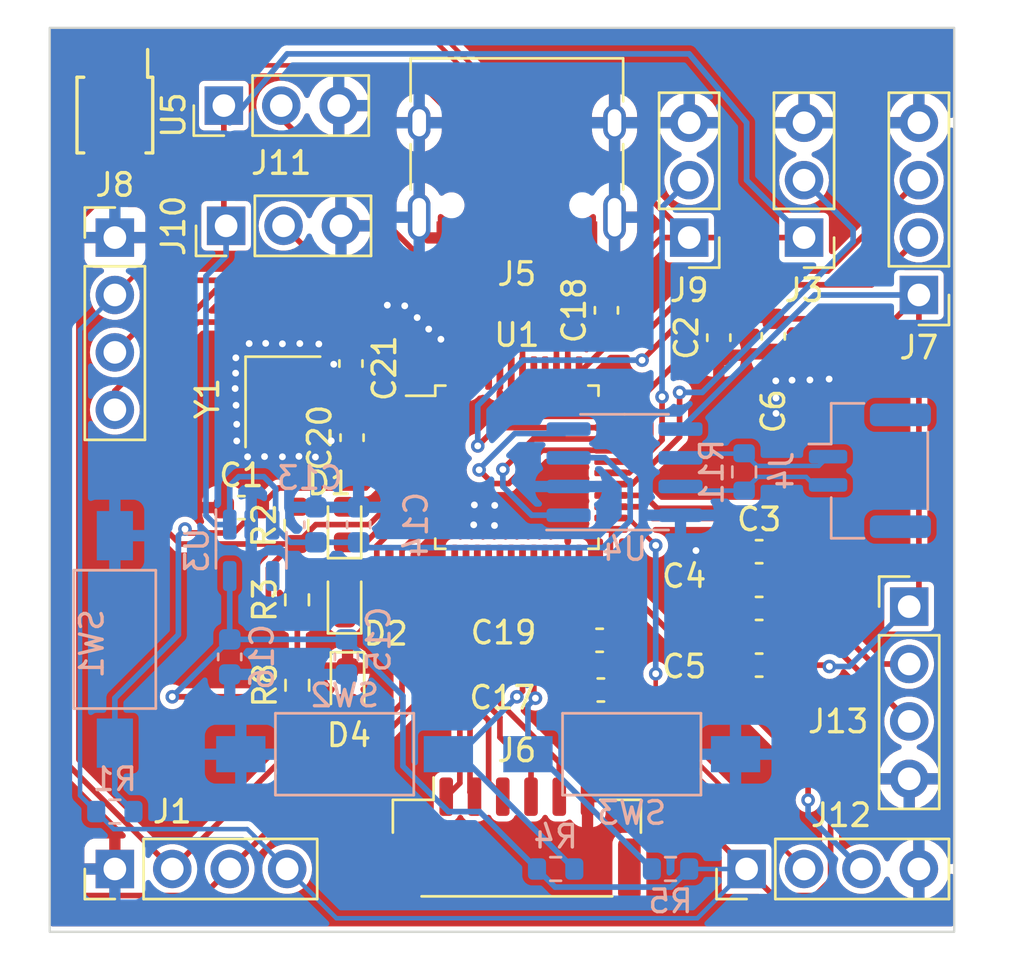
<source format=kicad_pcb>
(kicad_pcb (version 20221018) (generator pcbnew)
  (layers (0 "F.Cu" signal) (31 "B.Cu" signal) (34 "B.Paste" user) (35 "F.Paste" user) (36 "B.SilkS" user "B.Silkscreen") (37 "F.SilkS" user "F.Silkscreen") (38 "B.Mask" user) (39 "F.Mask" user) (44 "Edge.Cuts" user))
  (net 0 "")
  (net 1 "GND")
  (net 2 "/MCU/RESET")
  (net 3 "/MCU/XTAL_I")
  (net 4 "/MCU/XTAL_O")
  (net 5 "Net-(D4-A)")
  (net 6 "/MCU/LED1")
  (net 7 "/MCU/LED2")
  (net 9 "+3V3")
  (net 10 "+5V")
  (net 14 "/MCU/DIO")
  (net 15 "/MCU/CLK")
  (net 30 "Net-(D1-A)")
  (net 31 "Net-(D2-A)")
  (net 32 "/Connector/TXD")
  (net 33 "/Connector/RXD")
  (net 34 "/Connector/TIM1_CH")
  (net 35 "/Connector/-")
  (net 36 "/Connector/+")
  (net 37 "/Connector/DP")
  (net 38 "/Connector/DN")
  (net 39 "/Connector/SPI_CS")
  (net 40 "/Connector/SPI_SCK")
  (net 41 "/Connector/SPI_MISO")
  (net 42 "/Connector/SPI_MOSI")
  (net 43 "/Connector/GPIO0")
  (net 44 "/Connector/I2C1_SCL")
  (net 45 "/Connector/I2C1_SDA")
  (net 46 "/Connector/TIM1_CH2")
  (net 47 "/Connector/TIM2_CH2")
  (net 48 "/Connector/TIM2_CH1")
  (net 49 "/Connector/PB13")
  (net 50 "/Connector/PB12")
  (net 51 "/Connector/PB15")
  (net 52 "/Connector/PB14")
  (net 53 "/MCU/KEY1")
  (net 54 "/MCU/KEY2")
  (net 55 "/Connector/CAN_RX")
  (net 56 "/Connector/CAN_TX")
  (footprint "Connector_PinHeader_2.54mm:PinHeader_1x03_P2.54mm_Vertical" (layer "F.Cu") (at 213.36 81.28 180)
    (fp_text reference "J3")
    (fp_text value "Conn_01x03")
  )
  (footprint "Connector_PinHeader_2.54mm:PinHeader_1x04_P2.54mm_Vertical" (layer "F.Cu") (at 218.44 83.82 180)
    (fp_text reference "J7")
    (fp_text value "Conn_01x04")
  )
  (footprint "Capacitor_SMD:C_0603_1608Metric" (layer "F.Cu") (at 204.375 101.3)
    (fp_text reference "C19")
    (fp_text value "100n")
  )
  (footprint "ResistorSMD:R_0603_1608Metric" (layer "F.Cu") (at 190.95 101.09 90)
    (fp_text reference "R8")
    (fp_text value "10k")
  )
  (footprint "LED_SMD:LED_0603_1608Metric" (layer "F.Cu") (at 193.04 97.3075 90)
    (fp_text reference "D2")
    (fp_text value "LED")
  )
  (footprint "LED_SMD:LED_0603_1608Metric" (layer "F.Cu") (at 193.04 93.98 90)
    (fp_text reference "D1")
    (fp_text value "LED")
  )
  (footprint "Connector_PinHeader_2.54mm:PinHeader_1x04_P2.54mm_Vertical" (layer "F.Cu") (at 210.82 109.22 90)
    (fp_text reference "J12")
    (fp_text value "Conn_01x04")
  )
  (footprint "Connector_PinHeader_2.54mm:PinHeader_1x04_P2.54mm_Vertical" (layer "F.Cu") (at 182.88 109.22 90)
    (fp_text reference "J1")
    (fp_text value "Conn_01x04")
  )
  (footprint "Capacitor_SMD:C_0603_1608Metric" (layer "F.Cu") (at 211.375 100.2)
    (fp_text reference "C5")
    (fp_text value "100n")
  )
  (footprint "Connector_PinHeader_2.54mm:PinHeader_1x03_P2.54mm_Vertical" (layer "F.Cu") (at 187.7 75.44 90)
    (fp_text reference "J11")
    (fp_text value "Conn_01x03")
  )
  (footprint "Capacitor_SMD:C_0603_1608Metric" (layer "F.Cu") (at 188.475 93.23)
    (fp_text reference "C1")
    (fp_text value "100n")
  )
  (footprint "ResistorSMD:R_0603_1608Metric" (layer "F.Cu") (at 190.91 94.015 90)
    (fp_text reference "R2")
    (fp_text value "1K")
  )
  (footprint "Capacitor_SMD:C_0603_1608Metric" (layer "F.Cu") (at 193.32 86.855 90)
    (fp_text reference "C21")
    (fp_text value "12p")
  )
  (footprint "Connector_PinHeader_2.54mm:PinHeader_1x04_P2.54mm_Vertical" (layer "F.Cu") (at 182.88 81.28)
    (fp_text reference "J8")
    (fp_text value "Conn_01x04")
  )
  (footprint "Connector_JST:JST_GH_SM06B-GHS-TB_1x06-1MP_P1.25mm_Horizontal" (layer "F.Cu") (at 200.66 107.87)
    (fp_text reference "J6")
    (fp_text value "Conn_01x06")
  )
  (footprint "Capacitor_SMD:C_0603_1608Metric" (layer "F.Cu") (at 211.375 95.18)
    (fp_text reference "C3")
    (fp_text value "100n")
  )
  (footprint "Connector_PinHeader_2.54mm:PinHeader_1x03_P2.54mm_Vertical" (layer "F.Cu") (at 187.8 80.76 90)
    (fp_text reference "J10")
    (fp_text value "Conn_01x03")
  )
  (footprint "Connector_USB:USB_C_Receptacle_HRO_TYPE-C-31-M-12" (layer "F.Cu") (at 200.66 77.25 180)
    (fp_text reference "J5")
    (fp_text value "USB_C_Receptacle_USB2.0")
  )
  (footprint "Capacitor_SMD:C_0603_1608Metric" (layer "F.Cu") (at 211.375 97.69)
    (fp_text reference "C4")
    (fp_text value "100n")
  )
  (footprint "Connector_PinHeader_2.54mm:PinHeader_1x03_P2.54mm_Vertical" (layer "F.Cu") (at 208.28 81.28 180)
    (fp_text reference "J9")
    (fp_text value "Conn_01x03")
  )
  (footprint "Connector_PinHeader_2.54mm:PinHeader_1x04_P2.54mm_Vertical" (layer "F.Cu") (at 218.01 97.61)
    (fp_text reference "J13")
    (fp_text value "Conn_01x04")
  )
  (footprint "Capacitor_SMD:C_0603_1608Metric" (layer "F.Cu") (at 204.32 99.1 180)
    (fp_text reference "C17")
    (fp_text value "100n")
  )
  (footprint "Capacitor_SMD:C_0603_1608Metric" (layer "F.Cu") (at 204.62 84.5 90)
    (fp_text reference "C18")
    (fp_text value "100n")
  )
  (footprint "Crystal:Crystal_SMD_3225-4Pin_3.2x2.5mm" (layer "F.Cu") (at 190.31 88.55 -90)
    (fp_text reference "Y1")
    (fp_text value "12M")
  )
  (footprint "Capacitor_SMD:C_0603_1608Metric" (layer "F.Cu") (at 209.59 85.71 90)
    (fp_text reference "C2")
    (fp_text value "100n")
  )
  (footprint "LED_SMD:LED_0603_1608Metric" (layer "F.Cu") (at 193.17 101.1175 -90)
    (fp_text reference "D4")
    (fp_text value "RED")
  )
  (footprint "Capacitor_SMD:C_0603_1608Metric" (layer "F.Cu") (at 212 85.65 90)
    (fp_text reference "C6")
    (fp_text value "100n")
  )
  (footprint "PackageQFP:LQFP-48_7x7mm_P0.5mm" (layer "F.Cu") (at 200.66 91.44)
    (fp_text reference "U1")
    (fp_text value "STM32F103C8Tx")
  )
  (footprint "Capacitor_SMD:C_0603_1608Metric" (layer "F.Cu") (at 193.37 90.135 90)
    (fp_text reference "C20")
    (fp_text value "12p")
  )
  (footprint "ResistorSMD:R_0603_1608Metric" (layer "F.Cu") (at 190.94 97.31 90)
    (fp_text reference "R3")
    (fp_text value "1K")
  )
  (footprint "Package_SO:MSOP-10_3x3mm_P0.5mm" (layer "F.Cu") (at 182.88 75.86 -90)
    (fp_text reference "U5")
    (fp_text value "CH340E")
  )
  (footprint "Button_Switch_SMD:SW_SPST_FSMSM" (layer "B.Cu") (at 182.88 99.06 90)
    (fp_text reference "SW1")
    (fp_text value " SW")
  )
  (footprint "ResistorSMD:R_0603_1608Metric" (layer "B.Cu") (at 202.375 109.22 180)
    (fp_text reference "R4")
    (fp_text value "10k")
  )
  (footprint "Button_Switch_SMD:SW_SPST_FSMSM" (layer "B.Cu") (at 193.04 104.14 180)
    (fp_text reference "SW2")
    (fp_text value " SW")
  )
  (footprint "Package_SO:SOIC-8_3.9x4.9mm_P1.27mm" (layer "B.Cu") (at 205.42143 91.66)
    (fp_text reference "U4")
    (fp_text value "TJA1051T-3")
  )
  (footprint "Capacitor_SMD:C_0603_1608Metric" (layer "B.Cu") (at 193.12 99.835 90)
    (fp_text reference "C15")
    (fp_text value "100n")
  )
  (footprint "Capacitor_SMD:C_0603_1608Metric" (layer "B.Cu") (at 193.66 93.99 -90)
    (fp_text reference "C14")
    (fp_text value "100n")
  )
  (footprint "Capacitor_SMD:C_0603_1608Metric" (layer "B.Cu") (at 191.77 93.99 -90)
    (fp_text reference "C13")
    (fp_text value "2.2u")
  )
  (footprint "Connector_JST:JST_GH_SM02B-GHS-TB_1x02-1MP_P1.25mm_Horizontal" (layer "B.Cu") (at 216.27143 91.6 -90)
    (fp_text reference "J4")
    (fp_text value "Conn_01x02")
  )
  (footprint "PackageSOT:SOT-23-5" (layer "B.Cu") (at 188.91 95.1175 -90)
    (fp_text reference "U3")
    (fp_text value "HX9193-33GB")
  )
  (footprint "ResistorSMD:R_0603_1608Metric" (layer "B.Cu") (at 182.88 106.68 180)
    (fp_text reference "R1")
    (fp_text value "10k")
  )
  (footprint "Capacitor_SMD:C_0603_1608Metric" (layer "B.Cu") (at 187.96 99.835 90)
    (fp_text reference "C16")
    (fp_text value "2.2u")
  )
  (footprint "ResistorSMD:R_0603_1608Metric" (layer "B.Cu") (at 210.71143 91.65 -90)
    (fp_text reference "R11")
    (fp_text value "120")
  )
  (footprint "ResistorSMD:R_0603_1608Metric" (layer "B.Cu") (at 207.455 109.22)
    (fp_text reference "R5")
    (fp_text value "10k")
  )
  (footprint "Button_Switch_SMD:SW_SPST_FSMSM" (layer "B.Cu") (at 205.74 104.14)
    (fp_text reference "SW3")
    (fp_text value " SW")
  )
  (gr_rect locked (start 180 72) (end 220 112) (stroke (width 0.1)) (fill none) (layer "Edge.Cuts"))
  (segment (start 191.9 85.99) (end 191.9 86.225) (width 0.25) (layer "F.Cu") (net 1))
  (segment (start 188.76 90.97) (end 188.75 90.98) (width 0.25) (layer "F.Cu") (net 1))
  (segment (start 182.88 73.66) (end 182.88 74.422) (width 0.25) (layer "F.Cu") (net 1))
  (segment (start 188.27 89.543088) (end 188.268456 89.541544) (width 0.25) (layer "F.Cu") (net 1))
  (segment (start 188.2 87.96) (end 188.2 87.3) (width 0.25) (layer "F.Cu") (net 1))
  (segment (start 188.2 87.3) (end 188.22 87.28) (width 0.25) (layer "F.Cu") (net 1))
  (segment (start 188.82 85.97) (end 189.54 85.97) (width 0.25) (layer "F.Cu") (net 1))
  (segment (start 191.02 90.96) (end 190.31 90.96) (width 0.25) (layer "F.Cu") (net 1))
  (segment (start 191.05 90.99) (end 191.02 90.96) (width 0.25) (layer "F.Cu") (net 1))
  (segment (start 191.9 85.99) (end 191.08 85.99) (width 0.25) (layer "F.Cu") (net 1))
  (segment (start 189.46 89.65) (end 188.376912 89.65) (width 0.25) (layer "F.Cu") (net 1))
  (segment (start 191.16 87.45) (end 191.16 86.07) (width 0.25) (layer "F.Cu") (net 1))
  (segment (start 189.54 85.97) (end 189.55 85.96) (width 0.25) (layer "F.Cu") (net 1))
  (segment (start 190.29 90.98) (end 189.51 90.98) (width 0.25) (layer "F.Cu") (net 1))
  (segment (start 191.08 85.99) (end 191.06 85.97) (width 0.25) (layer "F.Cu") (net 1))
  (segment (start 188.268456 88.728456) (end 188.24 88.7) (width 0.25) (layer "F.Cu") (net 1))
  (segment (start 189.5 90.97) (end 188.76 90.97) (width 0.25) (layer "F.Cu") (net 1))
  (segment (start 189.51 90.98) (end 189.5 90.97) (width 0.25) (layer "F.Cu") (net 1))
  (segment (start 188.376912 89.65) (end 188.268456 89.541544) (width 0.25) (layer "F.Cu") (net 1))
  (segment (start 188.22 86.61) (end 188.23 86.6) (width 0.25) (layer "F.Cu") (net 1))
  (segment (start 190.29 85.98) (end 191.05 85.98) (width 0.25) (layer "F.Cu") (net 1))
  (segment (start 191.75 90.99) (end 191.05 90.99) (width 0.25) (layer "F.Cu") (net 1))
  (segment (start 191.05 85.98) (end 191.06 85.97) (width 0.25) (layer "F.Cu") (net 1))
  (segment (start 190.31 90.96) (end 190.29 90.98) (width 0.25) (layer "F.Cu") (net 1))
  (segment (start 188.23 86.6) (end 188.23 86.56) (width 0.25) (layer "F.Cu") (net 1))
  (segment (start 188.22 87.28) (end 188.22 86.61) (width 0.25) (layer "F.Cu") (net 1))
  (segment (start 191.9 86.225) (end 192.56 86.885) (width 0.25) (layer "F.Cu") (net 1))
  (segment (start 188.24 88) (end 188.2 87.96) (width 0.25) (layer "F.Cu") (net 1))
  (segment (start 188.75 90.98) (end 188.75 90.76) (width 0.25) (layer "F.Cu") (net 1))
  (segment (start 188.24 88.7) (end 188.24 88) (width 0.25) (layer "F.Cu") (net 1))
  (segment (start 188.23 86.56) (end 188.82 85.97) (width 0.25) (layer "F.Cu") (net 1))
  (segment (start 189.55 85.96) (end 190.27 85.96) (width 0.25) (layer "F.Cu") (net 1))
  (segment (start 192.449798 90.290202) (end 191.75 90.99) (width 0.25) (layer "F.Cu") (net 1))
  (segment (start 188.27 90.28) (end 188.27 89.543088) (width 0.25) (layer "F.Cu") (net 1))
  (segment (start 188.268456 89.541544) (end 188.268456 88.728456) (width 0.25) (layer "F.Cu") (net 1))
  (segment (start 190.27 85.96) (end 190.29 85.98) (width 0.25) (layer "F.Cu") (net 1))
  (segment (start 191.16 86.07) (end 191.06 85.97) (width 0.25) (layer "F.Cu") (net 1))
  (segment (start 188.75 90.76) (end 188.27 90.28) (width 0.25) (layer "F.Cu") (net 1))
  (segment (start 192.449798 90.2745) (end 192.449798 90.290202) (width 0.25) (layer "F.Cu") (net 1))
  (via (at 208.58 95.13) (size 0.6) (drill 0.3) (layers "F.Cu" "B.Cu") (net 1))
  (via (at 212.12 89.06) (size 0.6) (drill 0.3) (layers "F.Cu" "B.Cu") (net 1))
  (via (at 192.449798 90.2745) (size 0.6) (drill 0.3) (layers "F.Cu" "B.Cu") (net 1))
  (via (at 212.83 87.59) (size 0.6) (drill 0.3) (layers "F.Cu" "B.Cu") (net 1))
  (via (at 190.29 90.98) (size 0.6) (drill 0.3) (layers "F.Cu" "B.Cu") (net 1))
  (via (at 212.11 87.62) (size 0.6) (drill 0.3) (layers "F.Cu" "B.Cu") (net 1))
  (via (at 196.25 84.82) (size 0.6) (drill 0.3) (layers "F.Cu" "B.Cu") (net 1))
  (via (at 191.02 90.96) (size 0.6) (drill 0.3) (layers "F.Cu" "B.Cu") (net 1))
  (via (at 199.67 94.02) (size 0.6) (drill 0.3) (layers "F.Cu" "B.Cu") (net 1))
  (via (at 191.75 90.99) (size 0.6) (drill 0.3) (layers "F.Cu" "B.Cu") (net 1))
  (via (at 188.27 90.28) (size 0.6) (drill 0.3) (layers "F.Cu" "B.Cu") (net 1))
  (via (at 214.47 87.54) (size 0.6) (drill 0.3) (layers "F.Cu" "B.Cu") (net 1))
  (via (at 188.82 85.97) (size 0.6) (drill 0.3) (layers "F.Cu" "B.Cu") (net 1))
  (via (at 212.12 88.38) (size 0.6) (drill 0.3) (layers "F.Cu" "B.Cu") (net 1))
  (via (at 199.68 93.13) (size 0.6) (drill 0.3) (layers "F.Cu" "B.Cu") (net 1))
  (via (at 191.06 85.97) (size 0.6) (drill 0.3) (layers "F.Cu" "B.Cu") (net 1))
  (via (at 188.22 87.28) (size 0.6) (drill 0.3) (layers "F.Cu" "B.Cu") (net 1))
  (via (at 213.62 87.58) (size 0.6) (drill 0.3) (layers "F.Cu" "B.Cu") (net 1))
  (via (at 188.2 87.96) (size 0.6) (drill 0.3) (layers "F.Cu" "B.Cu") (net 1))
  (via (at 188.75 90.98) (size 0.6) (drill 0.3) (layers "F.Cu" "B.Cu") (net 1))
  (via (at 194.93 84.27) (size 0.6) (drill 0.3) (layers "F.Cu" "B.Cu") (net 1))
  (via (at 198.75 93.99) (size 0.6) (drill 0.3) (layers "F.Cu" "B.Cu") (net 1))
  (via (at 190.29 85.98) (size 0.6) (drill 0.3) (layers "F.Cu" "B.Cu") (net 1))
  (via (at 188.24 88.7) (size 0.6) (drill 0.3) (layers "F.Cu" "B.Cu") (net 1))
  (via (at 191.9 85.99) (size 0.6) (drill 0.3) (layers "F.Cu" "B.Cu") (net 1))
  (via (at 192.56 86.885) (size 0.6) (drill 0.3) (layers "F.Cu" "B.Cu") (net 1))
  (via (at 198.78 93.11) (size 0.6) (drill 0.3) (layers "F.Cu" "B.Cu") (net 1))
  (via (at 189.55 85.96) (size 0.6) (drill 0.3) (layers "F.Cu" "B.Cu") (net 1))
  (via (at 189.5 90.97) (size 0.6) (drill 0.3) (layers "F.Cu" "B.Cu") (net 1))
  (via (at 188.268456 89.541544) (size 0.6) (drill 0.3) (layers "F.Cu" "B.Cu") (net 1))
  (via (at 195.7 84.3) (size 0.6) (drill 0.3) (layers "F.Cu" "B.Cu") (net 1))
  (via (at 196.76 85.33) (size 0.6) (drill 0.3) (layers "F.Cu" "B.Cu") (net 1))
  (via (at 188.23 86.6) (size 0.6) (drill 0.3) (layers "F.Cu" "B.Cu") (net 1))
  (via (at 197.3 85.78) (size 0.6) (drill 0.3) (layers "F.Cu" "B.Cu") (net 1))
  (segment (start 194.64 91.69) (end 193.97 92.36) (width 0.25) (layer "F.Cu") (net 2))
  (segment (start 193.97 92.36) (end 190.12 92.36) (width 0.25) (layer "F.Cu") (net 2))
  (segment (start 190.12 92.36) (end 189.25 93.23) (width 0.25) (layer "F.Cu") (net 2))
  (segment (start 189.25 93.23) (end 188.13 94.35) (width 0.25) (layer "F.Cu") (net 2))
  (segment (start 196.4975 91.69) (end 194.64 91.69) (width 0.25) (layer "F.Cu") (net 2))
  (segment (start 188.13 94.35) (end 186.153177 94.35) (width 0.25) (layer "F.Cu") (net 2))
  (segment (start 186.153177 94.35) (end 185.981439 94.178262) (width 0.25) (layer "F.Cu") (net 2))
  (via (at 185.981439 94.178262) (size 0.6) (drill 0.3) (layers "F.Cu" "B.Cu") (net 2))
  (segment (start 185.689701 94.47) (end 185.689701 98.850299) (width 0.25) (layer "B.Cu") (net 2))
  (segment (start 185.981439 94.178262) (end 185.689701 94.47) (width 0.25) (layer "B.Cu") (net 2))
  (segment (start 182.88 101.66) (end 182.88 103.65) (width 0.25) (layer "B.Cu") (net 2))
  (segment (start 185.689701 98.850299) (end 182.88 101.66) (width 0.25) (layer "B.Cu") (net 2))
  (segment (start 183.705 106.68) (end 182.88 105.855) (width 0.25) (layer "B.Cu") (net 2))
  (segment (start 182.88 105.855) (end 182.88 103.65) (width 0.25) (layer "B.Cu") (net 2))
  (segment (start 196.4975 90.69) (end 195.694315 90.69) (width 0.25) (layer "F.Cu") (net 3))
  (segment (start 189.46 88) (end 189.94 88.48) (width 0.25) (layer "F.Cu") (net 3))
  (segment (start 192.47 88.48) (end 193.32 87.63) (width 0.25) (layer "F.Cu") (net 3))
  (segment (start 195.694315 90.69) (end 195.435 90.430685) (width 0.25) (layer "F.Cu") (net 3))
  (segment (start 189.94 88.48) (end 192.47 88.48) (width 0.25) (layer "F.Cu") (net 3))
  (segment (start 195.435 89.745) (end 193.32 87.63) (width 0.25) (layer "F.Cu") (net 3))
  (segment (start 195.435 90.430685) (end 195.435 89.745) (width 0.25) (layer "F.Cu") (net 3))
  (segment (start 189.46 87.45) (end 189.46 88) (width 0.25) (layer "F.Cu") (net 3))
  (segment (start 194.413604 89.36) (end 193.37 89.36) (width 0.25) (layer "F.Cu") (net 4))
  (segment (start 191.45 89.36) (end 191.16 89.65) (width 0.25) (layer "F.Cu") (net 4))
  (segment (start 193.37 89.36) (end 191.45 89.36) (width 0.25) (layer "F.Cu") (net 4))
  (segment (start 194.985 89.931396) (end 194.413604 89.36) (width 0.25) (layer "F.Cu") (net 4))
  (segment (start 194.985 90.617081) (end 194.985 89.931396) (width 0.25) (layer "F.Cu") (net 4))
  (segment (start 195.557919 91.19) (end 194.985 90.617081) (width 0.25) (layer "F.Cu") (net 4))
  (segment (start 196.4975 91.19) (end 195.557919 91.19) (width 0.25) (layer "F.Cu") (net 4))
  (segment (start 193.16 101.915) (end 193.17 101.905) (width 0.25) (layer "F.Cu") (net 5))
  (segment (start 190.95 101.915) (end 193.16 101.915) (width 0.25) (layer "F.Cu") (net 5))
  (segment (start 193.980419 94.7675) (end 193.04 94.7675) (width 0.25) (layer "F.Cu") (net 6))
  (segment (start 196.4975 93.19) (end 195.557919 93.19) (width 0.25) (layer "F.Cu") (net 6))
  (segment (start 195.557919 93.19) (end 193.980419 94.7675) (width 0.25) (layer "F.Cu") (net 6))
  (segment (start 194.463896 94.920419) (end 194.463896 96.671104) (width 0.25) (layer "F.Cu") (net 7))
  (segment (start 194.463896 96.671104) (end 193.04 98.095) (width 0.25) (layer "F.Cu") (net 7))
  (segment (start 196.4975 93.69) (end 195.694315 93.69) (width 0.25) (layer "F.Cu") (net 7))
  (segment (start 195.694315 93.69) (end 194.463896 94.920419) (width 0.25) (layer "F.Cu") (net 7))
  (segment (start 183.88 78.06) (end 183.88 77.11) (width 0.2) (layer "F.Cu") (net 9))
  (segment (start 195.421523 92.69) (end 196.4975 92.69) (width 0.25) (layer "F.Cu") (net 9))
  (segment (start 195.566823 85.02) (end 186.56 85.02) (width 0.25) (layer "F.Cu") (net 9))
  (segment (start 184.74 78.06) (end 183.88 78.06) (width 0.2) (layer "F.Cu") (net 9))
  (segment (start 214.535 109.715) (end 214.535 104.385) (width 0.25) (layer "F.Cu") (net 9))
  (segment (start 190.95 100.265) (end 189.615 101.6) (width 0.25) (layer "F.Cu") (net 9))
  (segment (start 212.15 102) (end 212.15 100.2) (width 0.25) (layer "F.Cu") (net 9))
  (segment (start 217.385 84.875) (end 218.44 83.82) (width 0.25) (layer "F.Cu") (net 9))
  (segment (start 203.41 98.965) (end 203.545 99.1) (width 0.25) (layer "F.Cu") (net 9))
  (segment (start 205.835 88.69) (end 209.59 84.935) (width 0.25) (layer "F.Cu") (net 9))
  (segment (start 190.485 98.135) (end 189.67 97.32) (width 0.25) (layer "F.Cu") (net 9))
  (segment (start 204.8225 88.69) (end 205.835 88.69) (width 0.25) (layer "F.Cu") (net 9))
  (segment (start 189.67 97.32) (end 189.67 95.91) (width 0.25) (layer "F.Cu") (net 9))
  (segment (start 212.15 95.18) (end 212.15 97.69) (width 0.25) (layer "F.Cu") (net 9))
  (segment (start 210.82 109.22) (end 211.995 110.395) (width 0.25) (layer "F.Cu") (net 9))
  (segment (start 203.545 99.1) (end 203.545 101.245) (width 0.25) (layer "F.Cu") (net 9))
  (segment (start 214.42 100.2) (end 214.48 100.26) (width 0.25) (layer "F.Cu") (net 9))
  (segment (start 182.43 77.06) (end 182.38 77.11) (width 0.2) (layer "F.Cu") (net 9))
  (segment (start 212.15 100.2) (end 214.42 100.2) (width 0.25) (layer "F.Cu") (net 9))
  (segment (start 211.995 110.395) (end 213.855 110.395) (width 0.25) (layer "F.Cu") (net 9))
  (segment (start 185.42 78.74) (end 184.74 78.06) (width 0.2) (layer "F.Cu") (net 9))
  (segment (start 214.535 104.385) (end 212.15 102) (width 0.25) (layer "F.Cu") (net 9))
  (segment (start 213.855 110.395) (end 214.535 109.715) (width 0.25) (layer "F.Cu") (net 9))
  (segment (start 190.95 100.265) (end 190.95 98.145) (width 0.25) (layer "F.Cu") (net 9))
  (segment (start 190.94 98.135) (end 190.485 98.135) (width 0.25) (layer "F.Cu") (net 9))
  (segment (start 185.42 81.28) (end 185.42 78.74) (width 0.2) (layer "F.Cu") (net 9))
  (segment (start 194.131523 93.98) (end 191.77 93.98) (width 0.25) (layer "F.Cu") (net 9))
  (segment (start 185.18 86.4) (end 185.18 94.26) (width 0.25) (layer "F.Cu") (net 9))
  (segment (start 218.44 97.18) (end 218.01 97.61) (width 0.25) (layer "F.Cu") (net 9))
  (segment (start 203.6 102) (end 210.82 109.22) (width 0.25) (layer "F.Cu") (net 9))
  (segment (start 189.615 101.6) (end 185.42 101.6) (width 0.25) (layer "F.Cu") (net 9))
  (segment (start 183.83 77.06) (end 182.43 77.06) (width 0.2) (layer "F.Cu") (net 9))
  (segment (start 185.18 94.26) (end 185.76 94.84) (width 0.25) (layer "F.Cu") (net 9))
  (segment (start 186.56 85.02) (end 185.18 86.4) (width 0.25) (layer "F.Cu") (net 9))
  (segment (start 197.824323 87.2775) (end 195.566823 85.02) (width 0.25) (layer "F.Cu") (net 9))
  (segment (start 189.67 95.91) (end 190.74 94.84) (width 0.25) (layer "F.Cu") (net 9))
  (segment (start 197.91 87.2775) (end 196.4975 88.69) (width 0.25) (layer "F.Cu") (net 9))
  (segment (start 197.91 87.2775) (end 197.824323 87.2775) (width 0.25) (layer "F.Cu") (net 9))
  (segment (start 203.41 95.6025) (end 203.41 98.965) (width 0.25) (layer "F.Cu") (net 9))
  (segment (start 191.77 93.98) (end 190.91 94.84) (width 0.25) (layer "F.Cu") (net 9))
  (segment (start 182.88 83.82) (end 185.42 81.28) (width 0.2) (layer "F.Cu") (net 9))
  (segment (start 211.94 84.935) (end 212 84.875) (width 0.25) (layer "F.Cu") (net 9))
  (segment (start 203.545 101.245) (end 203.6 101.3) (width 0.25) (layer "F.Cu") (net 9))
  (segment (start 190.95 98.145) (end 190.94 98.135) (width 0.25) (layer "F.Cu") (net 9))
  (segment (start 183.88 77.11) (end 183.83 77.06) (width 0.2) (layer "F.Cu") (net 9))
  (segment (start 209.59 84.935) (end 211.94 84.935) (width 0.25) (layer "F.Cu") (net 9))
  (segment (start 203.6 101.3) (end 203.6 102) (width 0.25) (layer "F.Cu") (net 9))
  (segment (start 182.38 77.11) (end 182.38 78.06) (width 0.2) (layer "F.Cu") (net 9))
  (segment (start 218.44 83.82) (end 218.44 97.18) (width 0.25) (layer "F.Cu") (net 9))
  (segment (start 190.74 94.84) (end 190.91 94.84) (width 0.25) (layer "F.Cu") (net 9))
  (segment (start 194.131523 93.98) (end 195.421523 92.69) (width 0.25) (layer "F.Cu") (net 9))
  (segment (start 185.76 94.84) (end 190.91 94.84) (width 0.25) (layer "F.Cu") (net 9))
  (segment (start 212 84.875) (end 217.385 84.875) (width 0.25) (layer "F.Cu") (net 9))
  (segment (start 212.15 97.69) (end 212.15 100.2) (width 0.25) (layer "F.Cu") (net 9))
  (via (at 185.42 101.6) (size 0.6) (drill 0.3) (layers "F.Cu" "B.Cu") (net 9))
  (via (at 214.48 100.26) (size 0.6) (drill 0.3) (layers "F.Cu" "B.Cu") (net 9))
  (segment (start 202.35 110.02) (end 207.48 110.02) (width 0.25) (layer "B.Cu") (net 9))
  (segment (start 215.36 100.26) (end 218.01 97.61) (width 0.25) (layer "B.Cu") (net 9))
  (segment (start 187.96 96.255) (end 187.96 99.06) (width 0.25) (layer "B.Cu") (net 9))
  (segment (start 187.96 99.06) (end 193.12 99.06) (width 0.25) (layer "B.Cu") (net 9))
  (segment (start 197.63 106.68) (end 199.01 106.68) (width 0.25) (layer "B.Cu") (net 9))
  (segment (start 210.82 109.22) (end 208.28 109.22) (width 0.2) (layer "B.Cu") (net 9))
  (segment (start 192.68 111.4) (end 208.64 111.4) (width 0.2) (layer "B.Cu") (net 9))
  (segment (start 182.83 107.455) (end 182.055 106.68) (width 0.2) (layer "B.Cu") (net 9))
  (segment (start 213.83143 83.82) (end 218.44 83.82) (width 0.25) (layer "B.Cu") (net 9))
  (segment (start 214.48 100.26) (end 215.36 100.26) (width 0.25) (layer "B.Cu") (net 9))
  (segment (start 181.34 85.36) (end 182.88 83.82) (width 0.2) (layer "B.Cu") (net 9))
  (segment (start 195.62 104.67) (end 197.63 106.68) (width 0.25) (layer "B.Cu") (net 9))
  (segment (start 201.55 109.22) (end 202.35 110.02) (width 0.25) (layer "B.Cu") (net 9))
  (segment (start 185.42 101.6) (end 187.96 99.06) (width 0.25) (layer "B.Cu") (net 9))
  (segment (start 199.01 106.68) (end 201.55 109.22) (width 0.25) (layer "B.Cu") (net 9))
  (segment (start 190.5 109.22) (end 192.68 111.4) (width 0.2) (layer "B.Cu") (net 9))
  (segment (start 181.34 105.965) (end 181.34 85.36) (width 0.2) (layer "B.Cu") (net 9))
  (segment (start 207.89643 89.755) (end 213.83143 83.82) (width 0.25) (layer "B.Cu") (net 9))
  (segment (start 207.48 110.02) (end 208.28 109.22) (width 0.25) (layer "B.Cu") (net 9))
  (segment (start 193.12 99.06) (end 195.62 101.56) (width 0.25) (layer "B.Cu") (net 9))
  (segment (start 188.735 107.455) (end 182.83 107.455) (width 0.2) (layer "B.Cu") (net 9))
  (segment (start 190.5 109.22) (end 188.735 107.455) (width 0.2) (layer "B.Cu") (net 9))
  (segment (start 208.64 111.4) (end 210.82 109.22) (width 0.2) (layer "B.Cu") (net 9))
  (segment (start 195.62 101.56) (end 195.62 104.67) (width 0.25) (layer "B.Cu") (net 9))
  (segment (start 182.055 106.68) (end 181.34 105.965) (width 0.2) (layer "B.Cu") (net 9))
  (segment (start 198.681996 82.741996) (end 200.274756 82.741996) (width 0.25) (layer "F.Cu") (net 10))
  (segment (start 187.7 80.66) (end 187.8 80.76) (width 0.25) (layer "F.Cu") (net 10))
  (segment (start 200.274756 82.741996) (end 200.27776 82.745) (width 0.25) (layer "F.Cu") (net 10))
  (segment (start 198.21 81.295) (end 198.21 82.27) (width 0.25) (layer "F.Cu") (net 10))
  (segment (start 203.11 82.27) (end 203.11 81.295) (width 0.25) (layer "F.Cu") (net 10))
  (segment (start 202.43 79.79) (end 203.11 80.47) (width 0.25) (layer "F.Cu") (net 10))
  (segment (start 204.62 83.725) (end 207.065 81.28) (width 0.25) (layer "F.Cu") (net 10))
  (segment (start 203.03 78.51) (end 202.43 79.11) (width 0.25) (layer "F.Cu") (net 10))
  (segment (start 205.51 78.51) (end 203.03 78.51) (width 0.25) (layer "F.Cu") (net 10))
  (segment (start 202.43 79.11) (end 202.43 79.79) (width 0.25) (layer "F.Cu") (net 10))
  (segment (start 208.28 81.28) (end 213.36 81.28) (width 0.25) (layer "F.Cu") (net 10))
  (segment (start 202.635 82.745) (end 203.11 82.27) (width 0.25) (layer "F.Cu") (net 10))
  (segment (start 207.065 81.28) (end 208.28 81.28) (width 0.25) (layer "F.Cu") (net 10))
  (segment (start 200.27776 82.745) (end 202.635 82.745) (width 0.25) (layer "F.Cu") (net 10))
  (segment (start 187.7 75.44) (end 187.7 80.66) (width 0.25) (layer "F.Cu") (net 10))
  (segment (start 198.21 82.27) (end 198.681996 82.741996) (width 0.25) (layer "F.Cu") (net 10))
  (segment (start 203.11 80.47) (end 203.11 81.295) (width 0.25) (layer "F.Cu") (net 10))
  (segment (start 208.28 81.28) (end 205.51 78.51) (width 0.25) (layer "F.Cu") (net 10))
  (segment (start 190.5 73.152) (end 208.28 73.152) (width 0.25) (layer "B.Cu") (net 10))
  (segment (start 205.57 92.04) (end 205.67 92.04) (width 0.25) (layer "B.Cu") (net 10))
  (segment (start 188.36 91.86) (end 189.47 91.86) (width 0.25) (layer "B.Cu") (net 10))
  (segment (start 189.99 92.38) (end 189.99 93.85) (width 0.25) (layer "B.Cu") (net 10))
  (segment (start 191.77 94.765) (end 190.645 94.765) (width 0.25) (layer "B.Cu") (net 10))
  (segment (start 187.96 92.26) (end 188.36 91.86) (width 0.25) (layer "B.Cu") (net 10))
  (segment (start 210.82 78.74) (end 213.36 81.28) (width 0.25) (layer "B.Cu") (net 10))
  (segment (start 189.99 93.85) (end 189.86 93.98) (width 0.25) (layer "B.Cu") (net 10))
  (segment (start 193.895 95) (end 193.66 94.765) (width 0.25) (layer "B.Cu") (net 10))
  (segment (start 186.91 93.58) (end 186.91 82.99) (width 0.25) (layer "B.Cu") (net 10))
  (segment (start 202.94643 91.025) (end 203.323181 91.025) (width 0.25) (layer "B.Cu") (net 10))
  (segment (start 210.82 76.2) (end 210.82 78.74) (width 0.25) (layer "B.Cu") (net 10))
  (segment (start 189.47 91.86) (end 189.99 92.38) (width 0.25) (layer "B.Cu") (net 10))
  (segment (start 205.67 93.8) (end 204.47 95) (width 0.25) (layer "B.Cu") (net 10))
  (segment (start 203.323181 91.025) (end 203.328181 91.02) (width 0.25) (layer "B.Cu") (net 10))
  (segment (start 186.91 82.99) (end 187.8 82.1) (width 0.25) (layer "B.Cu") (net 10))
  (segment (start 187.96 93.98) (end 187.96 92.26) (width 0.25) (layer "B.Cu") (net 10))
  (segment (start 187.96 93.98) (end 187.31 93.98) (width 0.25) (layer "B.Cu") (net 10))
  (segment (start 204.47 95) (end 193.895 95) (width 0.25) (layer "B.Cu") (net 10))
  (segment (start 193.66 94.765) (end 191.77 94.765) (width 0.25) (layer "B.Cu") (net 10))
  (segment (start 203.328181 91.02) (end 204.55 91.02) (width 0.25) (layer "B.Cu") (net 10))
  (segment (start 205.67 92.04) (end 205.67 93.8) (width 0.25) (layer "B.Cu") (net 10))
  (segment (start 204.55 91.02) (end 205.57 92.04) (width 0.25) (layer "B.Cu") (net 10))
  (segment (start 187.31 93.98) (end 186.91 93.58) (width 0.25) (layer "B.Cu") (net 10))
  (segment (start 190.645 94.765) (end 189.86 93.98) (width 0.25) (layer "B.Cu") (net 10))
  (segment (start 187.96 76.2) (end 190.5 73.152) (width 0.25) (layer "B.Cu") (net 10))
  (segment (start 208.28 73.152) (end 210.82 76.2) (width 0.25) (layer "B.Cu") (net 10))
  (segment (start 187.8 82.1) (end 187.8 80.76) (width 0.25) (layer "B.Cu") (net 10))
  (segment (start 216.349501 83.370499) (end 209.53032 83.370499) (width 0.25) (layer "F.Cu") (net 14))
  (segment (start 218.44 81.28) (end 216.349501 83.370499) (width 0.25) (layer "F.Cu") (net 14))
  (segment (start 199.74 89.69) (end 198.93 90.5) (width 0.25) (layer "F.Cu") (net 14))
  (segment (start 209.53032 83.370499) (end 206.19576 86.705059) (width 0.25) (layer "F.Cu") (net 14))
  (segment (start 204.8225 89.69) (end 199.74 89.69) (width 0.25) (layer "F.Cu") (net 14))
  (via (at 198.93 90.5) (size 0.6) (drill 0.3) (layers "F.Cu" "B.Cu") (net 14))
  (via (at 206.19576 86.705059) (size 0.6) (drill 0.3) (layers "F.Cu" "B.Cu") (net 14))
  (segment (start 200.934941 86.705059) (end 198.93 88.71) (width 0.25) (layer "B.Cu") (net 14))
  (segment (start 206.19576 86.705059) (end 200.934941 86.705059) (width 0.25) (layer "B.Cu") (net 14))
  (segment (start 198.93 88.71) (end 198.93 90.5) (width 0.25) (layer "B.Cu") (net 14))
  (segment (start 204.5974 86.0901) (end 205.7799 86.0901) (width 0.25) (layer "F.Cu") (net 15))
  (segment (start 205.7799 86.0901) (end 208.514002 83.355998) (width 0.25) (layer "F.Cu") (net 15))
  (segment (start 208.514002 83.355998) (end 208.764002 83.355998) (width 0.25) (layer "F.Cu") (net 15))
  (segment (start 208.73 83.39) (end 209.36 82.76) (width 0.25) (layer "F.Cu") (net 15))
  (segment (start 203.41 87.2775) (end 204.5974 86.0901) (width 0.25) (layer "F.Cu") (net 15))
  (segment (start 214.42 82.76) (end 218.44 78.74) (width 0.25) (layer "F.Cu") (net 15))
  (segment (start 209.36 82.76) (end 214.42 82.76) (width 0.25) (layer "F.Cu") (net 15))
  (segment (start 190.91 93.19) (end 193.0375 93.19) (width 0.25) (layer "F.Cu") (net 30))
  (segment (start 193.0375 93.19) (end 193.04 93.1925) (width 0.25) (layer "F.Cu") (net 30))
  (segment (start 191.25 96.485) (end 193.005 96.485) (width 0.25) (layer "F.Cu") (net 31))
  (segment (start 193.005 96.485) (end 193.04 96.52) (width 0.25) (layer "F.Cu") (net 31))
  (segment (start 195.58 101.878273) (end 195.58 95.1075) (width 0.25) (layer "F.Cu") (net 32))
  (segment (start 185.42 109.22) (end 180.789501 104.589501) (width 0.25) (layer "F.Cu") (net 32))
  (segment (start 183.355 79.085) (end 183.355 79.22069) (width 0.25) (layer "F.Cu") (net 32))
  (segment (start 193.520773 103.9375) (end 195.58 101.878273) (width 0.25) (layer "F.Cu") (net 32))
  (segment (start 195.58 95.1075) (end 196.4975 94.19) (width 0.25) (layer "F.Cu") (net 32))
  (segment (start 180.789501 81.020499) (end 182.275499 79.534501) (width 0.25) (layer "F.Cu") (net 32))
  (segment (start 183.041189 79.534501) (end 182.275499 79.534501) (width 0.25) (layer "F.Cu") (net 32))
  (segment (start 183.38 79.06) (end 183.38 78.06) (width 0.25) (layer "F.Cu") (net 32))
  (segment (start 180.789501 104.589501) (end 180.789501 81.020499) (width 0.25) (layer "F.Cu") (net 32))
  (segment (start 185.42 109.22) (end 190.7025 103.9375) (width 0.25) (layer "F.Cu") (net 32))
  (segment (start 183.355 79.22069) (end 183.041189 79.534501) (width 0.25) (layer "F.Cu") (net 32))
  (segment (start 183.355 79.085) (end 183.38 79.06) (width 0.25) (layer "F.Cu") (net 32))
  (segment (start 190.7025 103.9375) (end 193.520773 103.9375) (width 0.25) (layer "F.Cu") (net 32))
  (segment (start 186.785 110.395) (end 181.515 110.395) (width 0.25) (layer "F.Cu") (net 33))
  (segment (start 197.91 96.405685) (end 197.91 95.6025) (width 0.25) (layer "F.Cu") (net 33))
  (segment (start 193.707668 104.387001) (end 197.687995 100.406674) (width 0.25) (layer "F.Cu") (net 33))
  (segment (start 187.96 109.22) (end 192.792999 104.387001) (width 0.25) (layer "F.Cu") (net 33))
  (segment (start 181.515 110.395) (end 180.34 109.22) (width 0.25) (layer "F.Cu") (net 33))
  (segment (start 180.34 80.83431) (end 182.08931 79.085) (width 0.25) (layer "F.Cu") (net 33))
  (segment (start 187.96 109.22) (end 186.785 110.395) (width 0.25) (layer "F.Cu") (net 33))
  (segment (start 182.855 79.085) (end 182.08931 79.085) (width 0.25) (layer "F.Cu") (net 33))
  (segment (start 182.88 79.06) (end 182.855 79.085) (width 0.25) (layer "F.Cu") (net 33))
  (segment (start 182.88 78.06) (end 182.88 79.06) (width 0.25) (layer "F.Cu") (net 33))
  (segment (start 180.34 109.22) (end 180.34 80.83431) (width 0.25) (layer "F.Cu") (net 33))
  (segment (start 197.687995 96.62769) (end 197.91 96.405685) (width 0.25) (layer "F.Cu") (net 33))
  (segment (start 192.792999 104.387001) (end 193.707668 104.387001) (width 0.25) (layer "F.Cu") (net 33))
  (segment (start 197.687995 100.406674) (end 197.687995 96.62769) (width 0.25) (layer "F.Cu") (net 33))
  (segment (start 207.855955 90.096126) (end 207.855955 88.130745) (width 0.25) (layer "F.Cu") (net 34))
  (segment (start 204.8225 92.19) (end 205.762081 92.19) (width 0.25) (layer "F.Cu") (net 34))
  (segment (start 205.762081 92.19) (end 207.855955 90.096126) (width 0.25) (layer "F.Cu") (net 34))
  (via (at 207.855955 88.130745) (size 0.6) (drill 0.3) (layers "F.Cu" "B.Cu") (net 34))
  (segment (start 213.36 78.74) (end 215.53 80.91) (width 0.25) (layer "B.Cu") (net 34))
  (segment (start 215.53 80.91) (end 215.53 81.46) (width 0.25) (layer "B.Cu") (net 34))
  (segment (start 208.859255 88.130745) (end 207.855955 88.130745) (width 0.25) (layer "B.Cu") (net 34))
  (segment (start 215.53 81.46) (end 208.859255 88.130745) (width 0.25) (layer "B.Cu") (net 34))
  (segment (start 208.08143 90.84) (end 210.69643 90.84) (width 0.2) (layer "B.Cu") (net 35))
  (segment (start 210.71143 90.825) (end 211.26893 91.3825) (width 0.2) (layer "B.Cu") (net 35))
  (segment (start 214.01393 91.3825) (end 214.42143 90.975) (width 0.2) (layer "B.Cu") (net 35))
  (segment (start 210.69643 90.84) (end 210.71143 90.825) (width 0.2) (layer "B.Cu") (net 35))
  (segment (start 207.89643 91.025) (end 208.08143 90.84) (width 0.2) (layer "B.Cu") (net 35))
  (segment (start 211.26893 91.3825) (end 214.01393 91.3825) (width 0.2) (layer "B.Cu") (net 35))
  (segment (start 211.31643 91.87) (end 213.452827 91.87) (width 0.2) (layer "B.Cu") (net 36))
  (segment (start 213.807827 92.225) (end 214.42143 92.225) (width 0.2) (layer "B.Cu") (net 36))
  (segment (start 210.71143 92.475) (end 211.31643 91.87) (width 0.2) (layer "B.Cu") (net 36))
  (segment (start 213.452827 91.87) (end 213.807827 92.225) (width 0.2) (layer "B.Cu") (net 36))
  (segment (start 208.710033 92.475) (end 210.71143 92.475) (width 0.2) (layer "B.Cu") (net 36))
  (segment (start 207.89643 92.295) (end 208.530033 92.295) (width 0.2) (layer "B.Cu") (net 36))
  (segment (start 208.530033 92.295) (end 208.710033 92.475) (width 0.2) (layer "B.Cu") (net 36))
  (segment (start 200.86 76.4) (end 196.959501 72.499501) (width 0.2) (layer "F.Cu") (net 37))
  (segment (start 195.58 73.66) (end 199.91 77.99) (width 0.2) (layer "F.Cu") (net 37))
  (segment (start 199.91 77.99) (end 199.91 81.295) (width 0.2) (layer "F.Cu") (net 37))
  (segment (start 183.88 73.66) (end 187.96 73.66) (width 0.2) (layer "F.Cu") (net 37))
  (segment (start 184.156185 72.499501) (end 183.83 72.825686) (width 0.2) (layer "F.Cu") (net 37))
  (segment (start 187.96 73.66) (end 195.58 73.66) (width 0.2) (layer "F.Cu") (net 37))
  (segment (start 196.959501 72.499501) (end 184.156185 72.499501) (width 0.2) (layer "F.Cu") (net 37))
  (segment (start 183.83 72.825686) (end 183.83 73.66) (width 0.2) (layer "F.Cu") (net 37))
  (segment (start 200.86 81.28) (end 200.86 76.4) (width 0.2) (layer "F.Cu") (net 37))
  (segment (start 200.41 81.295) (end 200.46 81.345) (width 0.2) (layer "F.Cu") (net 38))
  (segment (start 200.46 82.32) (end 201.36 82.32) (width 0.2) (layer "F.Cu") (net 38))
  (segment (start 183.38 72.71) (end 183.38 73.66) (width 0.2) (layer "F.Cu") (net 38))
  (segment (start 201.41 81.295) (end 201.41 76.38502) (width 0.2) (layer "F.Cu") (net 38))
  (segment (start 183.99 72.1) (end 183.43 72.66) (width 0.2) (layer "F.Cu") (net 38))
  (segment (start 200.46 81.345) (end 200.46 82.32) (width 0.2) (layer "F.Cu") (net 38))
  (segment (start 197.12498 72.1) (end 183.99 72.1) (width 0.2) (layer "F.Cu") (net 38))
  (segment (start 201.36 82.32) (end 201.41 82.27) (width 0.2) (layer "F.Cu") (net 38))
  (segment (start 201.41 76.38502) (end 197.12498 72.1) (width 0.2) (layer "F.Cu") (net 38))
  (segment (start 201.41 82.27) (end 201.41 81.295) (width 0.2) (layer "F.Cu") (net 38))
  (segment (start 198.137496 105.417504) (end 197.535 106.02) (width 0.25) (layer "F.Cu") (net 39))
  (segment (start 198.41 95.6025) (end 198.41 97.742642) (width 0.25) (layer "F.Cu") (net 39))
  (segment (start 198.137496 98.015146) (end 198.137496 105.417504) (width 0.25) (layer "F.Cu") (net 39))
  (segment (start 198.41 97.742642) (end 198.137496 98.015146) (width 0.25) (layer "F.Cu") (net 39))
  (segment (start 198.91 97.878332) (end 198.586997 98.201335) (width 0.25) (layer "F.Cu") (net 40))
  (segment (start 198.91 95.6025) (end 198.91 97.878332) (width 0.25) (layer "F.Cu") (net 40))
  (segment (start 198.586997 105.821997) (end 198.785 106.02) (width 0.25) (layer "F.Cu") (net 40))
  (segment (start 198.586997 98.201335) (end 198.586997 105.821997) (width 0.25) (layer "F.Cu") (net 40))
  (segment (start 199.036498 98.38823) (end 199.036498 102.272476) (width 0.25) (layer "F.Cu") (net 41))
  (segment (start 199.036498 102.272476) (end 199.41 102.645978) (width 0.25) (layer "F.Cu") (net 41))
  (segment (start 199.36 96.455685) (end 199.36 98.064728) (width 0.25) (layer "F.Cu") (net 41))
  (segment (start 199.36 98.064728) (end 199.036498 98.38823) (width 0.25) (layer "F.Cu") (net 41))
  (segment (start 199.41 105.395) (end 200.035 106.02) (width 0.25) (layer "F.Cu") (net 41))
  (segment (start 199.41 102.645978) (end 199.41 105.395) (width 0.25) (layer "F.Cu") (net 41))
  (segment (start 199.41 95.6025) (end 199.41 96.405685) (width 0.25) (layer "F.Cu") (net 41))
  (segment (start 199.41 96.405685) (end 199.36 96.455685) (width 0.25) (layer "F.Cu") (net 41))
  (segment (start 199.91 98.151124) (end 199.485999 98.575125) (width 0.25) (layer "F.Cu") (net 42))
  (segment (start 199.91 103.39) (end 201.285 104.765) (width 0.25) (layer "F.Cu") (net 42))
  (segment (start 199.91 95.6025) (end 199.91 98.151124) (width 0.25) (layer "F.Cu") (net 42))
  (segment (start 201.285 104.765) (end 201.285 106.02) (width 0.25) (layer "F.Cu") (net 42))
  (segment (start 199.485999 102.086287) (end 199.91 102.510288) (width 0.25) (layer "F.Cu") (net 42))
  (segment (start 199.91 102.510288) (end 199.91 103.39) (width 0.25) (layer "F.Cu") (net 42))
  (segment (start 199.485999 98.575125) (end 199.485999 102.086287) (width 0.25) (layer "F.Cu") (net 42))
  (segment (start 202.535 104.499598) (end 202.535 106.02) (width 0.25) (layer "F.Cu") (net 43))
  (segment (start 199.9355 101.900098) (end 202.535 104.499598) (width 0.25) (layer "F.Cu") (net 43))
  (segment (start 200.41 98.28752) (end 199.9355 98.76202) (width 0.25) (layer "F.Cu") (net 43))
  (segment (start 199.9355 98.76202) (end 199.9355 101.900098) (width 0.25) (layer "F.Cu") (net 43))
  (segment (start 200.41 95.6025) (end 200.41 98.28752) (width 0.25) (layer "F.Cu") (net 43))
  (segment (start 196.156688 83.170998) (end 186.069002 83.170998) (width 0.25) (layer "F.Cu") (net 44))
  (segment (start 199.716189 84.090499) (end 197.076189 84.090499) (width 0.25) (layer "F.Cu") (net 44))
  (segment (start 200.91 87.2775) (end 200.91 85.28431) (width 0.25) (layer "F.Cu") (net 44))
  (segment (start 197.076189 84.090499) (end 196.156688 83.170998) (width 0.25) (layer "F.Cu") (net 44))
  (segment (start 186.069002 83.170998) (end 182.88 86.36) (width 0.25) (layer "F.Cu") (net 44))
  (segment (start 200.91 85.28431) (end 199.716189 84.090499) (width 0.25) (layer "F.Cu") (net 44))
  (segment (start 200.41 85.42) (end 199.53 84.54) (width 0.25) (layer "F.Cu") (net 45))
  (segment (start 187.323811 83.620499) (end 182.88 88.06431) (width 0.25) (layer "F.Cu") (net 45))
  (segment (start 182.88 88.06431) (end 182.88 88.9) (width 0.25) (layer "F.Cu") (net 45))
  (segment (start 195.970499 83.620499) (end 187.323811 83.620499) (width 0.25) (layer "F.Cu") (net 45))
  (segment (start 199.53 84.54) (end 196.89 84.54) (width 0.25) (layer "F.Cu") (net 45))
  (segment (start 196.89 84.54) (end 195.970499 83.620499) (width 0.25) (layer "F.Cu") (net 45))
  (segment (start 200.41 87.2775) (end 200.41 85.42) (width 0.25) (layer "F.Cu") (net 45))
  (segment (start 205.625685 91.69) (end 207.080968 90.234717) (width 0.25) (layer "F.Cu") (net 46))
  (segment (start 207.080968 90.234717) (end 207.080968 88.32721) (width 0.25) (layer "F.Cu") (net 46))
  (segment (start 204.8225 91.69) (end 205.625685 91.69) (width 0.25) (layer "F.Cu") (net 46))
  (via (at 207.080968 88.32721) (size 0.6) (drill 0.3) (layers "F.Cu" "B.Cu") (net 46))
  (segment (start 208.28 78.74) (end 207.080968 79.939032) (width 0.25) (layer "B.Cu") (net 46))
  (segment (start 207.080968 79.939032) (end 207.080968 88.32721) (width 0.25) (layer "B.Cu") (net 46))
  (segment (start 190.34 80.76) (end 192.301497 82.721497) (width 0.25) (layer "F.Cu") (net 47))
  (segment (start 197.262378 83.640998) (end 199.902378 83.640998) (width 0.25) (layer "F.Cu") (net 47))
  (segment (start 196.342877 82.721497) (end 197.262378 83.640998) (width 0.25) (layer "F.Cu") (net 47))
  (segment (start 199.902378 83.640998) (end 202.41 86.14862) (width 0.25) (layer "F.Cu") (net 47))
  (segment (start 202.41 86.14862) (end 202.41 87.2775) (width 0.25) (layer "F.Cu") (net 47))
  (segment (start 192.301497 82.721497) (end 196.342877 82.721497) (width 0.25) (layer "F.Cu") (net 47))
  (segment (start 200.091571 83.194501) (end 200.088567 83.191497) (width 0.25) (layer "F.Cu") (net 48))
  (segment (start 200.83526 83.194501) (end 200.091571 83.194501) (width 0.25) (layer "F.Cu") (net 48))
  (segment (start 196.51527 82.271996) (end 196.529066 82.271996) (width 0.25) (layer "F.Cu") (net 48))
  (segment (start 200.088567 83.191497) (end 197.448567 83.191497) (width 0.25) (layer "F.Cu") (net 48))
  (segment (start 197.448567 83.191497) (end 196.529066 82.271996) (width 0.25) (layer "F.Cu") (net 48))
  (segment (start 202.91 87.2775) (end 202.91 85.269241) (width 0.25) (layer "F.Cu") (net 48))
  (segment (start 190.24 75.996726) (end 196.51527 82.271996) (width 0.25) (layer "F.Cu") (net 48))
  (segment (start 190.24 75.44) (end 190.24 75.996726) (width 0.25) (layer "F.Cu") (net 48))
  (segment (start 202.91 85.269241) (end 200.83526 83.194501) (width 0.25) (layer "F.Cu") (net 48))
  (segment (start 213.36 109.22) (end 206.8 102.66) (width 0.2) (layer "F.Cu") (net 49))
  (segment (start 204.8225 93.69) (end 205.59033 93.69) (width 0.2) (layer "F.Cu") (net 49))
  (segment (start 206.8 102.66) (end 206.8 100.58) (width 0.2) (layer "F.Cu") (net 49))
  (segment (start 205.59033 93.69) (end 206.800165 94.899835) (width 0.2) (layer "F.Cu") (net 49))
  (via (at 206.8 100.58) (size 0.6) (drill 0.3) (layers "F.Cu" "B.Cu") (net 49))
  (via (at 206.800165 94.899835) (size 0.6) (drill 0.3) (layers "F.Cu" "B.Cu") (net 49))
  (segment (start 206.8 100.58) (end 206.800165 100.579835) (width 0.25) (layer "B.Cu") (net 49))
  (segment (start 206.800165 100.579835) (end 206.800165 94.899835) (width 0.25) (layer "B.Cu") (net 49))
  (segment (start 207.92 99.24) (end 213.54 104.86) (width 0.25) (layer "F.Cu") (net 50))
  (segment (start 213.54 104.86) (end 213.54 106.17) (width 0.25) (layer "F.Cu") (net 50))
  (segment (start 204.8225 96.0025) (end 204.8225 95.9) (width 0.2) (layer "F.Cu") (net 50))
  (segment (start 204.8225 96.1425) (end 207.92 99.24) (width 0.25) (layer "F.Cu") (net 50))
  (segment (start 204.8225 95.9) (end 204.8225 94.19) (width 0.2) (layer "F.Cu") (net 50))
  (segment (start 204.8225 95.9) (end 204.8225 96.1425) (width 0.25) (layer "F.Cu") (net 50))
  (via (at 213.54 106.17) (size 0.6) (drill 0.3) (layers "F.Cu" "B.Cu") (net 50))
  (segment (start 213.54 106.86) (end 215.9 109.22) (width 0.25) (layer "B.Cu") (net 50))
  (segment (start 213.54 106.17) (end 213.54 106.86) (width 0.25) (layer "B.Cu") (net 50))
  (segment (start 206.292938 92.69) (end 206.862938 93.26) (width 0.25) (layer "F.Cu") (net 51))
  (segment (start 214.59 94.48) (end 214.59 98.33) (width 0.25) (layer "F.Cu") (net 51))
  (segment (start 216.41 100.15) (end 218.01 100.15) (width 0.25) (layer "F.Cu") (net 51))
  (segment (start 206.862938 93.26) (end 213.37 93.26) (width 0.25) (layer "F.Cu") (net 51))
  (segment (start 214.59 98.33) (end 216.41 100.15) (width 0.25) (layer "F.Cu") (net 51))
  (segment (start 204.8225 92.69) (end 206.292938 92.69) (width 0.25) (layer "F.Cu") (net 51))
  (segment (start 213.37 93.26) (end 214.59 94.48) (width 0.25) (layer "F.Cu") (net 51))
  (segment (start 213.8 98.48) (end 218.01 102.69) (width 0.25) (layer "F.Cu") (net 52))
  (segment (start 204.8225 93.19) (end 206.157248 93.19) (width 0.25) (layer "F.Cu") (net 52))
  (segment (start 206.157248 93.19) (end 206.676749 93.709501) (width 0.25) (layer "F.Cu") (net 52))
  (segment (start 206.676749 93.709501) (end 212.819501 93.709501) (width 0.25) (layer "F.Cu") (net 52))
  (segment (start 204.8325 93.18) (end 205.45431 93.18) (width 0.25) (layer "F.Cu") (net 52))
  (segment (start 204.8225 93.19) (end 204.8325 93.18) (width 0.25) (layer "F.Cu") (net 52))
  (segment (start 205.602426 93.209501) (end 205.630929 93.238004) (width 0.25) (layer "F.Cu") (net 52))
  (segment (start 212.819501 93.709501) (end 213.8 94.69) (width 0.25) (layer "F.Cu") (net 52))
  (segment (start 205.45431 93.18) (end 205.483811 93.209501) (width 0.25) (layer "F.Cu") (net 52))
  (segment (start 205.483811 93.209501) (end 205.602426 93.209501) (width 0.25) (layer "F.Cu") (net 52))
  (segment (start 213.8 94.69) (end 213.8 98.48) (width 0.25) (layer "F.Cu") (net 52))
  (segment (start 200.66 101.6) (end 200.91 101.35) (width 0.25) (layer "F.Cu") (net 53))
  (segment (start 200.91 101.35) (end 200.91 95.6025) (width 0.25) (layer "F.Cu") (net 53))
  (via (at 200.66 101.6) (size 0.6) (drill 0.3) (layers "F.Cu" "B.Cu") (net 53))
  (segment (start 203.2 109.22) (end 198.12 104.14) (width 0.25) (layer "B.Cu") (net 53))
  (segment (start 198.12 104.14) (end 200.66 101.6) (width 0.25) (layer "B.Cu") (net 53))
  (segment (start 198.12 104.14) (end 197.63 104.14) (width 0.25) (layer "B.Cu") (net 53))
  (segment (start 201.41 101.59) (end 201.48 101.66) (width 0.25) (layer "F.Cu") (net 54))
  (segment (start 201.41 95.6025) (end 201.41 101.59) (width 0.25) (layer "F.Cu") (net 54))
  (via (at 201.48 101.66) (size 0.6) (drill 0.3) (layers "F.Cu" "B.Cu") (net 54))
  (segment (start 201.15 104.14) (end 201.15 101.99) (width 0.25) (layer "B.Cu") (net 54))
  (segment (start 201.55 104.14) (end 201.15 104.14) (width 0.25) (layer "B.Cu") (net 54))
  (segment (start 206.63 109.22) (end 201.55 104.14) (width 0.25) (layer "B.Cu") (net 54))
  (segment (start 201.15 101.99) (end 201.48 101.66) (width 0.25) (layer "B.Cu") (net 54))
  (segment (start 204.8225 90.69) (end 201.773179 90.69) (width 0.25) (layer "F.Cu") (net 55))
  (segment (start 200.298678 92.164501) (end 199.594501 92.164501) (width 0.25) (layer "F.Cu") (net 55))
  (segment (start 199.594501 92.164501) (end 198.99 91.56) (width 0.25) (layer "F.Cu") (net 55))
  (segment (start 201.773179 90.69) (end 200.298678 92.164501) (width 0.25) (layer "F.Cu") (net 55))
  (via (at 198.99 91.56) (size 0.6) (drill 0.3) (layers "F.Cu" "B.Cu") (net 55))
  (segment (start 200.57 89.95) (end 198.99 91.53) (width 0.25) (layer "B.Cu") (net 55))
  (segment (start 198.99 91.53) (end 198.99 91.56) (width 0.25) (layer "B.Cu") (net 55))
  (segment (start 202.75143 89.95) (end 200.57 89.95) (width 0.25) (layer "B.Cu") (net 55))
  (segment (start 202.94643 89.755) (end 202.75143 89.95) (width 0.25) (layer "B.Cu") (net 55))
  (segment (start 204.8225 90.19) (end 201.390002 90.19) (width 0.25) (layer "F.Cu") (net 56))
  (segment (start 201.390002 90.19) (end 200.040001 91.540001) (width 0.25) (layer "F.Cu") (net 56))
  (via (at 200.040001 91.540001) (size 0.6) (drill 0.3) (layers "F.Cu" "B.Cu") (net 56))
  (segment (start 201.315 93.565) (end 200.040001 92.290001) (width 0.25) (layer "B.Cu") (net 56))
  (segment (start 200.040001 92.290001) (end 200.040001 91.540001) (width 0.25) (layer "B.Cu") (net 56))
  (segment (start 202.94643 93.565) (end 201.315 93.565) (width 0.25) (layer "B.Cu") (net 56))
  (zone (net 1) (net_name "GND") (layer "F.Cu") (connect_pads (clearance 0.25)) (min_thickness 0.25) (fill yes (thermal_gap 0.5) (thermal_bridge_width 0.5))
    (polygon (pts (xy 177.8 71.12) (xy 220.98 71.12) (xy 220.98 111.76) (xy 177.8 111.76)))
  )
  (zone (net 1) (net_name "GND") (layer "B.Cu") (priority 1) (connect_pads (clearance 0.25)) (min_thickness 0.25) (fill yes (thermal_gap 0.5) (thermal_bridge_width 0.5))
    (polygon (pts (xy 177.8 71.12) (xy 220.98 71.12) (xy 220.98 111.76) (xy 177.8 111.76)))
  )
)
</source>
